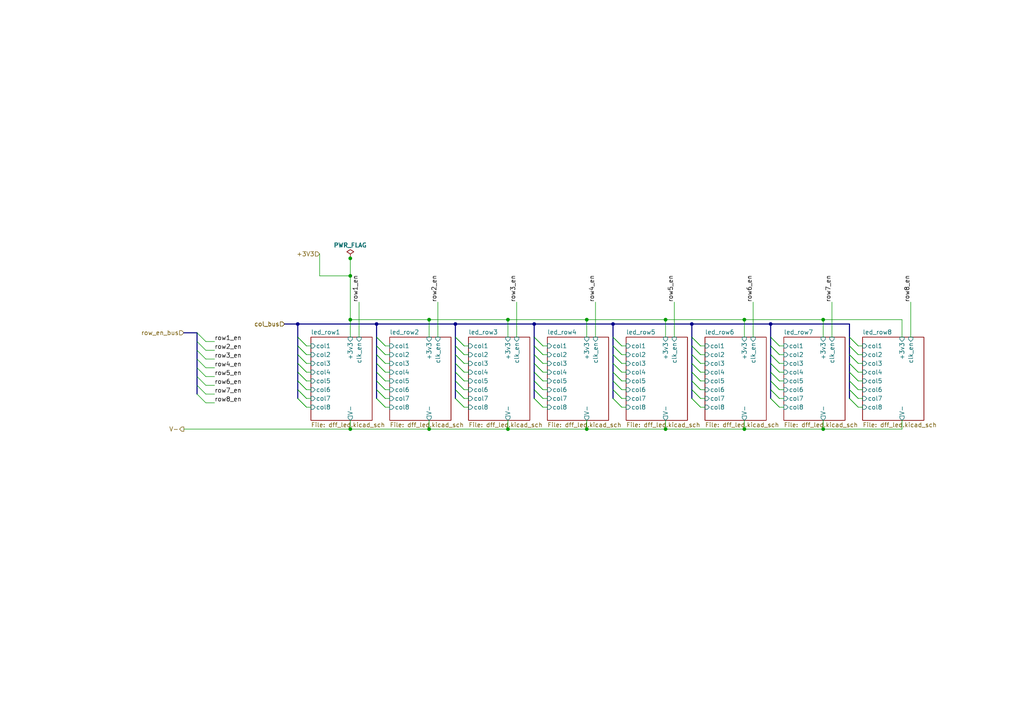
<source format=kicad_sch>
(kicad_sch (version 20230121) (generator eeschema)
  (paper "A4")
  (lib_symbols
    (symbol "power:PWR_FLAG" (power) (pin_numbers hide) (pin_names (offset 0) hide)
      (property "Value" "PWR_FLAG" (at 0 3.81 0))
      (symbol "PWR_FLAG_0_0"
        (pin power_out line (at 0 0 90) (length 0) (name "pwr") (number "1"))
      )
      (symbol "PWR_FLAG_0_1"
        (polyline (pts (xy 0 0) (xy 0 1.27) (xy -1.016 1.905) (xy 0 2.54) (xy 1.016 1.905) (xy 0 1.27)))
      )
    )
  )
  (junction (at 154.94 93.98))
  (junction (at 177.8 93.98))
  (junction (at 200.66 93.98))
  (junction (at 223.52 93.98))
  (junction (at 101.6 92.71))
  (junction (at 193.04 92.71))
  (junction (at 124.46 92.71))
  (junction (at 101.6 74.93))
  (junction (at 215.9 124.46))
  (junction (at 238.76 92.71))
  (junction (at 147.32 92.71))
  (junction (at 147.32 124.46))
  (junction (at 170.18 92.71))
  (junction (at 101.6 124.46))
  (junction (at 170.18 124.46))
  (junction (at 101.6 80.01))
  (junction (at 193.04 124.46))
  (junction (at 86.36 93.98))
  (junction (at 238.76 124.46))
  (junction (at 109.22 93.98))
  (junction (at 124.46 124.46))
  (junction (at 132.08 93.98))
  (junction (at 215.9 92.71))
  (bus_entry (at 177.8 110.49) (size 2.54 2.54))
  (bus_entry (at 177.8 113.03) (size 2.54 2.54))
  (bus_entry (at 177.8 107.95) (size 2.54 2.54))
  (bus_entry (at 109.22 97.79) (size 2.54 2.54))
  (bus_entry (at 132.08 113.03) (size 2.54 2.54))
  (bus_entry (at 154.94 110.49) (size 2.54 2.54))
  (bus_entry (at 109.22 100.33) (size 2.54 2.54))
  (bus_entry (at 109.22 102.87) (size 2.54 2.54))
  (bus_entry (at 200.66 115.57) (size 2.54 2.54))
  (bus_entry (at 154.94 105.41) (size 2.54 2.54))
  (bus_entry (at 223.52 115.57) (size 2.54 2.54))
  (bus_entry (at 132.08 115.57) (size 2.54 2.54))
  (bus_entry (at 223.52 110.49) (size 2.54 2.54))
  (bus_entry (at 200.66 102.87) (size 2.54 2.54))
  (bus_entry (at 223.52 113.03) (size 2.54 2.54))
  (bus_entry (at 132.08 115.57) (size 2.54 2.54))
  (bus_entry (at 154.94 115.57) (size 2.54 2.54))
  (bus_entry (at 246.38 107.95) (size 2.54 2.54))
  (bus_entry (at 57.15 99.06) (size 2.54 2.54))
  (bus_entry (at 86.36 107.95) (size 2.54 2.54))
  (bus_entry (at 200.66 115.57) (size 2.54 2.54))
  (bus_entry (at 246.38 110.49) (size 2.54 2.54))
  (bus_entry (at 86.36 115.57) (size 2.54 2.54))
  (bus_entry (at 154.94 110.49) (size 2.54 2.54))
  (bus_entry (at 109.22 113.03) (size 2.54 2.54))
  (bus_entry (at 154.94 102.87) (size 2.54 2.54))
  (bus_entry (at 86.36 97.79) (size 2.54 2.54))
  (bus_entry (at 132.08 110.49) (size 2.54 2.54))
  (bus_entry (at 109.22 105.41) (size 2.54 2.54))
  (bus_entry (at 246.38 113.03) (size 2.54 2.54))
  (bus_entry (at 57.15 114.3) (size 2.54 2.54))
  (bus_entry (at 154.94 97.79) (size 2.54 2.54))
  (bus_entry (at 57.15 106.68) (size 2.54 2.54))
  (bus_entry (at 132.08 100.33) (size 2.54 2.54))
  (bus_entry (at 154.94 102.87) (size 2.54 2.54))
  (bus_entry (at 177.8 115.57) (size 2.54 2.54))
  (bus_entry (at 132.08 105.41) (size 2.54 2.54))
  (bus_entry (at 109.22 115.57) (size 2.54 2.54))
  (bus_entry (at 86.36 113.03) (size 2.54 2.54))
  (bus_entry (at 246.38 97.79) (size 2.54 2.54))
  (bus_entry (at 57.15 96.52) (size 2.54 2.54))
  (bus_entry (at 177.8 102.87) (size 2.54 2.54))
  (bus_entry (at 246.38 100.33) (size 2.54 2.54))
  (bus_entry (at 132.08 110.49) (size 2.54 2.54))
  (bus_entry (at 223.52 110.49) (size 2.54 2.54))
  (bus_entry (at 86.36 105.41) (size 2.54 2.54))
  (bus_entry (at 154.94 100.33) (size 2.54 2.54))
  (bus_entry (at 246.38 102.87) (size 2.54 2.54))
  (bus_entry (at 246.38 110.49) (size 2.54 2.54))
  (bus_entry (at 154.94 115.57) (size 2.54 2.54))
  (bus_entry (at 132.08 107.95) (size 2.54 2.54))
  (bus_entry (at 132.08 107.95) (size 2.54 2.54))
  (bus_entry (at 246.38 115.57) (size 2.54 2.54))
  (bus_entry (at 86.36 107.95) (size 2.54 2.54))
  (bus_entry (at 246.38 113.03) (size 2.54 2.54))
  (bus_entry (at 86.36 110.49) (size 2.54 2.54))
  (bus_entry (at 223.52 107.95) (size 2.54 2.54))
  (bus_entry (at 200.66 113.03) (size 2.54 2.54))
  (bus_entry (at 132.08 97.79) (size 2.54 2.54))
  (bus_entry (at 109.22 107.95) (size 2.54 2.54))
  (bus_entry (at 109.22 102.87) (size 2.54 2.54))
  (bus_entry (at 177.8 105.41) (size 2.54 2.54))
  (bus_entry (at 177.8 100.33) (size 2.54 2.54))
  (bus_entry (at 132.08 102.87) (size 2.54 2.54))
  (bus_entry (at 223.52 97.79) (size 2.54 2.54))
  (bus_entry (at 200.66 107.95) (size 2.54 2.54))
  (bus_entry (at 223.52 107.95) (size 2.54 2.54))
  (bus_entry (at 246.38 97.79) (size 2.54 2.54))
  (bus_entry (at 86.36 115.57) (size 2.54 2.54))
  (bus_entry (at 109.22 107.95) (size 2.54 2.54))
  (bus_entry (at 57.15 104.14) (size 2.54 2.54))
  (bus_entry (at 200.66 107.95) (size 2.54 2.54))
  (bus_entry (at 177.8 97.79) (size 2.54 2.54))
  (bus_entry (at 246.38 100.33) (size 2.54 2.54))
  (bus_entry (at 154.94 113.03) (size 2.54 2.54))
  (bus_entry (at 132.08 113.03) (size 2.54 2.54))
  (bus_entry (at 154.94 105.41) (size 2.54 2.54))
  (bus_entry (at 177.8 97.79) (size 2.54 2.54))
  (bus_entry (at 177.8 102.87) (size 2.54 2.54))
  (bus_entry (at 177.8 105.41) (size 2.54 2.54))
  (bus_entry (at 57.15 111.76) (size 2.54 2.54))
  (bus_entry (at 200.66 113.03) (size 2.54 2.54))
  (bus_entry (at 246.38 105.41) (size 2.54 2.54))
  (bus_entry (at 109.22 110.49) (size 2.54 2.54))
  (bus_entry (at 86.36 105.41) (size 2.54 2.54))
  (bus_entry (at 200.66 97.79) (size 2.54 2.54))
  (bus_entry (at 57.15 101.6) (size 2.54 2.54))
  (bus_entry (at 200.66 100.33) (size 2.54 2.54))
  (bus_entry (at 177.8 110.49) (size 2.54 2.54))
  (bus_entry (at 86.36 97.79) (size 2.54 2.54))
  (bus_entry (at 223.52 100.33) (size 2.54 2.54))
  (bus_entry (at 177.8 115.57) (size 2.54 2.54))
  (bus_entry (at 109.22 105.41) (size 2.54 2.54))
  (bus_entry (at 154.94 113.03) (size 2.54 2.54))
  (bus_entry (at 200.66 102.87) (size 2.54 2.54))
  (bus_entry (at 223.52 102.87) (size 2.54 2.54))
  (bus_entry (at 109.22 115.57) (size 2.54 2.54))
  (bus_entry (at 200.66 105.41) (size 2.54 2.54))
  (bus_entry (at 246.38 107.95) (size 2.54 2.54))
  (bus_entry (at 177.8 100.33) (size 2.54 2.54))
  (bus_entry (at 109.22 100.33) (size 2.54 2.54))
  (bus_entry (at 109.22 113.03) (size 2.54 2.54))
  (bus_entry (at 223.52 97.79) (size 2.54 2.54))
  (bus_entry (at 246.38 102.87) (size 2.54 2.54))
  (bus_entry (at 154.94 107.95) (size 2.54 2.54))
  (bus_entry (at 200.66 110.49) (size 2.54 2.54))
  (bus_entry (at 223.52 100.33) (size 2.54 2.54))
  (bus_entry (at 132.08 97.79) (size 2.54 2.54))
  (bus_entry (at 223.52 115.57) (size 2.54 2.54))
  (bus_entry (at 223.52 105.41) (size 2.54 2.54))
  (bus_entry (at 177.8 107.95) (size 2.54 2.54))
  (bus_entry (at 154.94 97.79) (size 2.54 2.54))
  (bus_entry (at 109.22 97.79) (size 2.54 2.54))
  (bus_entry (at 200.66 110.49) (size 2.54 2.54))
  (bus_entry (at 86.36 110.49) (size 2.54 2.54))
  (bus_entry (at 86.36 102.87) (size 2.54 2.54))
  (bus_entry (at 200.66 105.41) (size 2.54 2.54))
  (bus_entry (at 200.66 100.33) (size 2.54 2.54))
  (bus_entry (at 223.52 102.87) (size 2.54 2.54))
  (bus_entry (at 132.08 102.87) (size 2.54 2.54))
  (bus_entry (at 154.94 107.95) (size 2.54 2.54))
  (bus_entry (at 223.52 105.41) (size 2.54 2.54))
  (bus_entry (at 132.08 100.33) (size 2.54 2.54))
  (bus_entry (at 57.15 109.22) (size 2.54 2.54))
  (bus_entry (at 132.08 105.41) (size 2.54 2.54))
  (bus_entry (at 246.38 105.41) (size 2.54 2.54))
  (bus_entry (at 86.36 102.87) (size 2.54 2.54))
  (bus_entry (at 86.36 100.33) (size 2.54 2.54))
  (bus_entry (at 86.36 113.03) (size 2.54 2.54))
  (bus_entry (at 200.66 97.79) (size 2.54 2.54))
  (bus_entry (at 177.8 113.03) (size 2.54 2.54))
  (bus_entry (at 86.36 100.33) (size 2.54 2.54))
  (bus_entry (at 223.52 113.03) (size 2.54 2.54))
  (bus_entry (at 246.38 115.57) (size 2.54 2.54))
  (bus_entry (at 154.94 100.33) (size 2.54 2.54))
  (bus_entry (at 109.22 110.49) (size 2.54 2.54))
  (bus (pts (xy 57.15 111.76) (xy 57.15 109.22)))
  (bus (pts (xy 86.36 107.95) (xy 86.36 110.49)))
  (wire (pts (xy 203.2 118.11) (xy 204.47 118.11)))
  (wire (pts (xy 170.18 124.46) (xy 193.04 124.46)))
  (bus (pts (xy 109.22 110.49) (xy 109.22 113.03)))
  (bus (pts (xy 132.08 113.03) (xy 132.08 115.57)))
  (wire (pts (xy 180.34 118.11) (xy 181.61 118.11)))
  (bus (pts (xy 223.52 110.49) (xy 223.52 113.03)))
  (wire (pts (xy 88.9 105.41) (xy 90.17 105.41)))
  (wire (pts (xy 88.9 113.03) (xy 90.17 113.03)))
  (bus (pts (xy 223.52 100.33) (xy 223.52 102.87)))
  (wire (pts (xy 261.62 124.46) (xy 261.62 121.92)))
  (wire (pts (xy 203.2 105.41) (xy 204.47 105.41)))
  (wire (pts (xy 248.92 115.57) (xy 250.19 115.57)))
  (bus (pts (xy 154.94 100.33) (xy 154.94 102.87)))
  (wire (pts (xy 88.9 118.11) (xy 90.17 118.11)))
  (wire (pts (xy 248.92 107.95) (xy 250.19 107.95)))
  (wire (pts (xy 180.34 110.49) (xy 181.61 110.49)))
  (wire (pts (xy 157.48 110.49) (xy 158.75 110.49)))
  (wire (pts (xy 111.76 113.03) (xy 113.03 113.03)))
  (wire (pts (xy 193.04 92.71) (xy 215.9 92.71)))
  (wire (pts (xy 248.92 110.49) (xy 250.19 110.49)))
  (bus (pts (xy 200.66 105.41) (xy 200.66 107.95)))
  (bus (pts (xy 109.22 107.95) (xy 109.22 110.49)))
  (bus (pts (xy 57.15 106.68) (xy 57.15 104.14)))
  (bus (pts (xy 154.94 113.03) (xy 154.94 115.57)))
  (wire (pts (xy 203.2 100.33) (xy 204.47 100.33)))
  (wire (pts (xy 248.92 118.11) (xy 250.19 118.11)))
  (wire (pts (xy 59.69 104.14) (xy 62.23 104.14)))
  (bus (pts (xy 246.38 102.87) (xy 246.38 105.41)))
  (wire (pts (xy 218.44 87.63) (xy 218.44 97.79)))
  (bus (pts (xy 109.22 105.41) (xy 109.22 107.95)))
  (wire (pts (xy 238.76 92.71) (xy 238.76 97.79)))
  (bus (pts (xy 109.22 93.98) (xy 86.36 93.98)))
  (bus (pts (xy 109.22 97.79) (xy 109.22 100.33)))
  (bus (pts (xy 223.52 105.41) (xy 223.52 107.95)))
  (bus (pts (xy 154.94 105.41) (xy 154.94 107.95)))
  (wire (pts (xy 248.92 113.03) (xy 250.19 113.03)))
  (wire (pts (xy 111.76 115.57) (xy 113.03 115.57)))
  (bus (pts (xy 132.08 102.87) (xy 132.08 105.41)))
  (bus (pts (xy 154.94 93.98) (xy 154.94 97.79)))
  (wire (pts (xy 147.32 92.71) (xy 170.18 92.71)))
  (bus (pts (xy 246.38 110.49) (xy 246.38 113.03)))
  (bus (pts (xy 246.38 97.79) (xy 246.38 100.33)))
  (bus (pts (xy 132.08 107.95) (xy 132.08 110.49)))
  (wire (pts (xy 238.76 121.92) (xy 238.76 124.46)))
  (bus (pts (xy 223.52 107.95) (xy 223.52 110.49)))
  (wire (pts (xy 59.69 116.84) (xy 62.23 116.84)))
  (wire (pts (xy 59.69 114.3) (xy 62.23 114.3)))
  (wire (pts (xy 88.9 110.49) (xy 90.17 110.49)))
  (bus (pts (xy 57.15 101.6) (xy 57.15 99.06)))
  (bus (pts (xy 223.52 97.79) (xy 223.52 100.33)))
  (bus (pts (xy 57.15 114.3) (xy 57.15 111.76)))
  (wire (pts (xy 92.71 80.01) (xy 101.6 80.01)))
  (bus (pts (xy 82.55 93.98) (xy 86.36 93.98)))
  (wire (pts (xy 264.16 87.63) (xy 264.16 97.79)))
  (wire (pts (xy 157.48 100.33) (xy 158.75 100.33)))
  (wire (pts (xy 59.69 109.22) (xy 62.23 109.22)))
  (bus (pts (xy 109.22 113.03) (xy 109.22 115.57)))
  (wire (pts (xy 59.69 106.68) (xy 62.23 106.68)))
  (bus (pts (xy 200.66 110.49) (xy 200.66 113.03)))
  (wire (pts (xy 88.9 115.57) (xy 90.17 115.57)))
  (wire (pts (xy 180.34 105.41) (xy 181.61 105.41)))
  (bus (pts (xy 154.94 110.49) (xy 154.94 113.03)))
  (bus (pts (xy 109.22 93.98) (xy 132.08 93.98)))
  (bus (pts (xy 57.15 99.06) (xy 57.15 96.52)))
  (bus (pts (xy 177.8 93.98) (xy 200.66 93.98)))
  (bus (pts (xy 86.36 110.49) (xy 86.36 113.03)))
  (wire (pts (xy 157.48 113.03) (xy 158.75 113.03)))
  (wire (pts (xy 134.62 105.41) (xy 135.89 105.41)))
  (bus (pts (xy 177.8 102.87) (xy 177.8 105.41)))
  (bus (pts (xy 132.08 100.33) (xy 132.08 102.87)))
  (bus (pts (xy 154.94 107.95) (xy 154.94 110.49)))
  (bus (pts (xy 132.08 93.98) (xy 154.94 93.98)))
  (wire (pts (xy 226.06 113.03) (xy 227.33 113.03)))
  (bus (pts (xy 132.08 105.41) (xy 132.08 107.95)))
  (wire (pts (xy 215.9 92.71) (xy 215.9 97.79)))
  (bus (pts (xy 57.15 109.22) (xy 57.15 106.68)))
  (wire (pts (xy 124.46 92.71) (xy 147.32 92.71)))
  (bus (pts (xy 177.8 107.95) (xy 177.8 110.49)))
  (wire (pts (xy 101.6 121.92) (xy 101.6 124.46)))
  (bus (pts (xy 177.8 105.41) (xy 177.8 107.95)))
  (wire (pts (xy 59.69 111.76) (xy 62.23 111.76)))
  (bus (pts (xy 246.38 93.98) (xy 246.38 97.79)))
  (wire (pts (xy 248.92 105.41) (xy 250.19 105.41)))
  (bus (pts (xy 200.66 93.98) (xy 223.52 93.98)))
  (wire (pts (xy 134.62 102.87) (xy 135.89 102.87)))
  (wire (pts (xy 111.76 107.95) (xy 113.03 107.95)))
  (wire (pts (xy 149.86 87.63) (xy 149.86 97.79)))
  (bus (pts (xy 86.36 93.98) (xy 86.36 97.79)))
  (wire (pts (xy 88.9 107.95) (xy 90.17 107.95)))
  (wire (pts (xy 124.46 124.46) (xy 147.32 124.46)))
  (bus (pts (xy 177.8 113.03) (xy 177.8 115.57)))
  (wire (pts (xy 203.2 110.49) (xy 204.47 110.49)))
  (wire (pts (xy 157.48 118.11) (xy 158.75 118.11)))
  (bus (pts (xy 246.38 105.41) (xy 246.38 107.95)))
  (bus (pts (xy 246.38 107.95) (xy 246.38 110.49)))
  (wire (pts (xy 101.6 124.46) (xy 124.46 124.46)))
  (wire (pts (xy 134.62 113.03) (xy 135.89 113.03)))
  (wire (pts (xy 111.76 118.11) (xy 113.03 118.11)))
  (bus (pts (xy 86.36 100.33) (xy 86.36 102.87)))
  (bus (pts (xy 223.52 102.87) (xy 223.52 105.41)))
  (wire (pts (xy 193.04 92.71) (xy 193.04 97.79)))
  (bus (pts (xy 200.66 100.33) (xy 200.66 102.87)))
  (bus (pts (xy 86.36 102.87) (xy 86.36 105.41)))
  (wire (pts (xy 134.62 115.57) (xy 135.89 115.57)))
  (bus (pts (xy 246.38 100.33) (xy 246.38 102.87)))
  (bus (pts (xy 223.52 113.03) (xy 223.52 115.57)))
  (wire (pts (xy 101.6 92.71) (xy 124.46 92.71)))
  (wire (pts (xy 248.92 100.33) (xy 250.19 100.33)))
  (wire (pts (xy 134.62 118.11) (xy 135.89 118.11)))
  (bus (pts (xy 57.15 104.14) (xy 57.15 101.6)))
  (bus (pts (xy 177.8 100.33) (xy 177.8 102.87)))
  (wire (pts (xy 215.9 121.92) (xy 215.9 124.46)))
  (bus (pts (xy 86.36 113.03) (xy 86.36 115.57)))
  (wire (pts (xy 170.18 92.71) (xy 193.04 92.71)))
  (bus (pts (xy 200.66 97.79) (xy 200.66 100.33)))
  (wire (pts (xy 147.32 124.46) (xy 170.18 124.46)))
  (wire (pts (xy 172.72 87.63) (xy 172.72 97.79)))
  (wire (pts (xy 104.14 87.63) (xy 104.14 97.79)))
  (bus (pts (xy 132.08 97.79) (xy 132.08 100.33)))
  (wire (pts (xy 127 87.63) (xy 127 97.79)))
  (wire (pts (xy 101.6 80.01) (xy 101.6 92.71)))
  (wire (pts (xy 180.34 102.87) (xy 181.61 102.87)))
  (wire (pts (xy 88.9 100.33) (xy 90.17 100.33)))
  (wire (pts (xy 59.69 99.06) (xy 62.23 99.06)))
  (bus (pts (xy 109.22 102.87) (xy 109.22 105.41)))
  (wire (pts (xy 180.34 107.95) (xy 181.61 107.95)))
  (wire (pts (xy 248.92 102.87) (xy 250.19 102.87)))
  (wire (pts (xy 170.18 92.71) (xy 170.18 97.79)))
  (wire (pts (xy 203.2 113.03) (xy 204.47 113.03)))
  (bus (pts (xy 223.52 93.98) (xy 246.38 93.98)))
  (wire (pts (xy 111.76 105.41) (xy 113.03 105.41)))
  (bus (pts (xy 177.8 97.79) (xy 177.8 100.33)))
  (bus (pts (xy 200.66 107.95) (xy 200.66 110.49)))
  (wire (pts (xy 111.76 100.33) (xy 113.03 100.33)))
  (bus (pts (xy 177.8 93.98) (xy 177.8 97.79)))
  (bus (pts (xy 154.94 93.98) (xy 177.8 93.98)))
  (bus (pts (xy 177.8 110.49) (xy 177.8 113.03)))
  (wire (pts (xy 134.62 100.33) (xy 135.89 100.33)))
  (bus (pts (xy 86.36 97.79) (xy 86.36 100.33)))
  (wire (pts (xy 101.6 92.71) (xy 101.6 97.79)))
  (wire (pts (xy 157.48 107.95) (xy 158.75 107.95)))
  (wire (pts (xy 157.48 105.41) (xy 158.75 105.41)))
  (wire (pts (xy 147.32 121.92) (xy 147.32 124.46)))
  (wire (pts (xy 203.2 115.57) (xy 204.47 115.57)))
  (wire (pts (xy 238.76 92.71) (xy 261.62 92.71)))
  (wire (pts (xy 134.62 110.49) (xy 135.89 110.49)))
  (bus (pts (xy 86.36 105.41) (xy 86.36 107.95)))
  (wire (pts (xy 53.34 124.46) (xy 101.6 124.46)))
  (wire (pts (xy 203.2 102.87) (xy 204.47 102.87)))
  (wire (pts (xy 170.18 121.92) (xy 170.18 124.46)))
  (wire (pts (xy 124.46 121.92) (xy 124.46 124.46)))
  (wire (pts (xy 111.76 102.87) (xy 113.03 102.87)))
  (wire (pts (xy 193.04 121.92) (xy 193.04 124.46)))
  (wire (pts (xy 147.32 92.71) (xy 147.32 97.79)))
  (bus (pts (xy 200.66 93.98) (xy 200.66 97.79)))
  (wire (pts (xy 134.62 107.95) (xy 135.89 107.95)))
  (wire (pts (xy 226.06 115.57) (xy 227.33 115.57)))
  (wire (pts (xy 241.3 87.63) (xy 241.3 97.79)))
  (bus (pts (xy 154.94 102.87) (xy 154.94 105.41)))
  (wire (pts (xy 215.9 124.46) (xy 238.76 124.46)))
  (bus (pts (xy 132.08 110.49) (xy 132.08 113.03)))
  (wire (pts (xy 124.46 92.71) (xy 124.46 97.79)))
  (wire (pts (xy 88.9 102.87) (xy 90.17 102.87)))
  (wire (pts (xy 215.9 92.71) (xy 238.76 92.71)))
  (wire (pts (xy 226.06 105.41) (xy 227.33 105.41)))
  (wire (pts (xy 226.06 107.95) (xy 227.33 107.95)))
  (wire (pts (xy 195.58 87.63) (xy 195.58 97.79)))
  (bus (pts (xy 200.66 113.03) (xy 200.66 115.57)))
  (wire (pts (xy 157.48 102.87) (xy 158.75 102.87)))
  (bus (pts (xy 109.22 100.33) (xy 109.22 102.87)))
  (bus (pts (xy 154.94 97.79) (xy 154.94 100.33)))
  (wire (pts (xy 180.34 113.03) (xy 181.61 113.03)))
  (wire (pts (xy 180.34 115.57) (xy 181.61 115.57)))
  (wire (pts (xy 226.06 110.49) (xy 227.33 110.49)))
  (wire (pts (xy 193.04 124.46) (xy 215.9 124.46)))
  (bus (pts (xy 57.15 96.52) (xy 53.34 96.52)))
  (wire (pts (xy 101.6 80.01) (xy 101.6 74.93)))
  (bus (pts (xy 109.22 93.98) (xy 109.22 97.79)))
  (bus (pts (xy 246.38 113.03) (xy 246.38 115.57)))
  (wire (pts (xy 226.06 102.87) (xy 227.33 102.87)))
  (wire (pts (xy 111.76 110.49) (xy 113.03 110.49)))
  (wire (pts (xy 157.48 115.57) (xy 158.75 115.57)))
  (bus (pts (xy 132.08 93.98) (xy 132.08 97.79)))
  (wire (pts (xy 226.06 100.33) (xy 227.33 100.33)))
  (wire (pts (xy 92.71 73.66) (xy 92.71 80.01)))
  (bus (pts (xy 223.52 93.98) (xy 223.52 97.79)))
  (bus (pts (xy 200.66 102.87) (xy 200.66 105.41)))
  (wire (pts (xy 203.2 107.95) (xy 204.47 107.95)))
  (wire (pts (xy 59.69 101.6) (xy 62.23 101.6)))
  (wire (pts (xy 226.06 118.11) (xy 227.33 118.11)))
  (wire (pts (xy 238.76 124.46) (xy 261.62 124.46)))
  (wire (pts (xy 261.62 92.71) (xy 261.62 97.79)))
  (wire (pts (xy 180.34 100.33) (xy 181.61 100.33)))
  (label "row7_en" (at 62.23 114.3 0))
  (label "row3_en" (at 62.23 104.14 0))
  (label "row1_en" (at 104.14 87.63 90))
  (label "row3_en" (at 149.86 87.63 90))
  (label "row5_en" (at 195.58 87.63 90))
  (label "row7_en" (at 241.3 87.63 90))
  (label "row6_en" (at 62.23 111.76 0))
  (label "row2_en" (at 62.23 101.6 0))
  (label "row6_en" (at 218.44 87.63 90))
  (label "row2_en" (at 127 87.63 90))
  (label "row1_en" (at 62.23 99.06 0))
  (label "row4_en" (at 172.72 87.63 90))
  (label "row4_en" (at 62.23 106.68 0))
  (label "row8_en" (at 264.16 87.63 90))
  (label "row8_en" (at 62.23 116.84 0))
  (label "row5_en" (at 62.23 109.22 0))
  (hierarchical_label "col_bus" (shape input) (at 82.55 93.98 180))
  (hierarchical_label "col_bus" (shape input) (at 82.55 93.98 180))
  (hierarchical_label "V-" (shape output) (at 53.34 124.46 180))
  (hierarchical_label "row_en_bus" (shape input) (at 53.34 96.52 180))
  (hierarchical_label "+3V3" (shape input) (at 92.71 73.66 180))
  (symbol (lib_id "power:PWR_FLAG") (at 101.6 74.93 0) (unit 1)
    (property "Reference" "#FLG020" (effects hide))
    (property "Value" "PWR_FLAG" (at 101.6 71.12 0))
    (instances (project "led_schematics" (path "" (reference "#FLG020") (unit 1)) (path "" (reference "#FLG08") (unit 1)) (path "" (reference "#FLG018") (unit 1)) (path "" (reference "#FLG030") (unit 1)) (path "" (reference "#FLG048") (unit 1)) (path "" (reference "#FLG058") (unit 1)) (path "" (reference "#FLG068") (unit 1)) (path "" (reference "#FLG078") (unit 1))))
  )
  (symbol (lib_id "power:PWR_FLAG") (at 101.6 74.93 0) (unit 1)
    (property "Reference" "#FLG021" (effects hide))
    (property "Value" "PWR_FLAG" (at 101.6 71.12 0))
    (instances (project "led_schematics" (path "" (reference "#FLG021") (unit 1)) (path "" (reference "#FLG09") (unit 1)) (path "" (reference "#FLG019") (unit 1)) (path "" (reference "#FLG031") (unit 1)) (path "" (reference "#FLG049") (unit 1)) (path "" (reference "#FLG059") (unit 1)) (path "" (reference "#FLG069") (unit 1)) (path "" (reference "#FLG079") (unit 1))))
  )
  (sheet (at 113.03 97.79) (size 17.78 24.13) (stroke (width 0.1524))
    (property "Sheetname" "led_row2" (at 113.03 97.0784 0) (effects (justify left bottom)))
    (property "Sheetfile" "dff_led.kicad_sch" (at 113.03 122.5046 0) (effects (justify left top)))
    (pin "col5" input (at 113.03 110.49 180))
    (pin "clk_en" input (at 127 97.79 90))
    (pin "col8" input (at 113.03 118.11 180))
    (pin "col6" input (at 113.03 113.03 180))
    (pin "col7" input (at 113.03 115.57 180))
    (pin "+3v3" input (at 124.46 97.79 90))
    (pin "col1" input (at 113.03 100.33 180))
    (pin "col2" input (at 113.03 102.87 180))
    (pin "col3" input (at 113.03 105.41 180))
    (pin "col4" input (at 113.03 107.95 180))
    (pin "V-" output (at 124.46 121.92 270))
  )
  (sheet (at 181.61 97.79) (size 17.78 24.13) (stroke (width 0.1524))
    (property "Sheetname" "led_row5" (at 181.61 97.0784 0) (effects (justify left bottom)))
    (property "Sheetfile" "dff_led.kicad_sch" (at 181.61 122.5046 0) (effects (justify left top)))
    (pin "col5" input (at 181.61 110.49 180))
    (pin "clk_en" input (at 195.58 97.79 90))
    (pin "col8" input (at 181.61 118.11 180))
    (pin "col6" input (at 181.61 113.03 180))
    (pin "col7" input (at 181.61 115.57 180))
    (pin "+3v3" input (at 193.04 97.79 90))
    (pin "col1" input (at 181.61 100.33 180))
    (pin "col2" input (at 181.61 102.87 180))
    (pin "col3" input (at 181.61 105.41 180))
    (pin "col4" input (at 181.61 107.95 180))
    (pin "V-" output (at 193.04 121.92 270))
  )
  (sheet (at 135.89 97.79) (size 17.78 24.13) (stroke (width 0.1524))
    (property "Sheetname" "led_row3" (at 135.89 97.0784 0) (effects (justify left bottom)))
    (property "Sheetfile" "dff_led.kicad_sch" (at 135.89 122.5046 0) (effects (justify left top)))
    (pin "col5" input (at 135.89 110.49 180))
    (pin "clk_en" input (at 149.86 97.79 90))
    (pin "col8" input (at 135.89 118.11 180))
    (pin "col6" input (at 135.89 113.03 180))
    (pin "col7" input (at 135.89 115.57 180))
    (pin "+3v3" input (at 147.32 97.79 90))
    (pin "col1" input (at 135.89 100.33 180))
    (pin "col2" input (at 135.89 102.87 180))
    (pin "col3" input (at 135.89 105.41 180))
    (pin "col4" input (at 135.89 107.95 180))
    (pin "V-" output (at 147.32 121.92 270))
  )
  (sheet (at 250.19 97.79) (size 17.78 24.13) (stroke (width 0.1524))
    (property "Sheetname" "led_row8" (at 250.19 97.0784 0) (effects (justify left bottom)))
    (property "Sheetfile" "dff_led.kicad_sch" (at 250.19 122.5046 0) (effects (justify left top)))
    (pin "col5" input (at 250.19 110.49 180))
    (pin "clk_en" input (at 264.16 97.79 90))
    (pin "col8" input (at 250.19 118.11 180))
    (pin "col6" input (at 250.19 113.03 180))
    (pin "col7" input (at 250.19 115.57 180))
    (pin "+3v3" input (at 261.62 97.79 90))
    (pin "col1" input (at 250.19 100.33 180))
    (pin "col2" input (at 250.19 102.87 180))
    (pin "col3" input (at 250.19 105.41 180))
    (pin "col4" input (at 250.19 107.95 180))
    (pin "V-" output (at 261.62 121.92 270))
  )
  (sheet (at 204.47 97.79) (size 17.78 24.13) (stroke (width 0.1524))
    (property "Sheetname" "led_row6" (at 204.47 97.0784 0) (effects (justify left bottom)))
    (property "Sheetfile" "dff_led.kicad_sch" (at 204.47 122.5046 0) (effects (justify left top)))
    (pin "col5" input (at 204.47 110.49 180))
    (pin "clk_en" input (at 218.44 97.79 90))
    (pin "col8" input (at 204.47 118.11 180))
    (pin "col6" input (at 204.47 113.03 180))
    (pin "col7" input (at 204.47 115.57 180))
    (pin "+3v3" input (at 215.9 97.79 90))
    (pin "col1" input (at 204.47 100.33 180))
    (pin "col2" input (at 204.47 102.87 180))
    (pin "col3" input (at 204.47 105.41 180))
    (pin "col4" input (at 204.47 107.95 180))
    (pin "V-" output (at 215.9 121.92 270))
  )
  (sheet (at 227.33 97.79) (size 17.78 24.13) (stroke (width 0.1524))
    (property "Sheetname" "led_row7" (at 227.33 97.0784 0) (effects (justify left bottom)))
    (property "Sheetfile" "dff_led.kicad_sch" (at 227.33 122.5046 0) (effects (justify left top)))
    (pin "col5" input (at 227.33 110.49 180))
    (pin "clk_en" input (at 241.3 97.79 90))
    (pin "col8" input (at 227.33 118.11 180))
    (pin "col6" input (at 227.33 113.03 180))
    (pin "col7" input (at 227.33 115.57 180))
    (pin "+3v3" input (at 238.76 97.79 90))
    (pin "col1" input (at 227.33 100.33 180))
    (pin "col2" input (at 227.33 102.87 180))
    (pin "col3" input (at 227.33 105.41 180))
    (pin "col4" input (at 227.33 107.95 180))
    (pin "V-" output (at 238.76 121.92 270))
  )
  (sheet (at 158.75 97.79) (size 17.78 24.13) (stroke (width 0.1524))
    (property "Sheetname" "led_row4" (at 158.75 97.0784 0) (effects (justify left bottom)))
    (property "Sheetfile" "dff_led.kicad_sch" (at 158.75 122.5046 0) (effects (justify left top)))
    (pin "col5" input (at 158.75 110.49 180))
    (pin "clk_en" input (at 172.72 97.79 90))
    (pin "col8" input (at 158.75 118.11 180))
    (pin "col6" input (at 158.75 113.03 180))
    (pin "col7" input (at 158.75 115.57 180))
    (pin "+3v3" input (at 170.18 97.79 90))
    (pin "col1" input (at 158.75 100.33 180))
    (pin "col2" input (at 158.75 102.87 180))
    (pin "col3" input (at 158.75 105.41 180))
    (pin "col4" input (at 158.75 107.95 180))
    (pin "V-" output (at 170.18 121.92 270))
  )
  (sheet (at 90.17 97.79) (size 17.78 24.13) (stroke (width 0.1524))
    (property "Sheetname" "led_row1" (at 90.17 97.0784 0) (effects (justify left bottom)))
    (property "Sheetfile" "dff_led.kicad_sch" (at 90.17 122.5046 0) (effects (justify left top)))
    (pin "col5" input (at 90.17 110.49 180))
    (pin "clk_en" input (at 104.14 97.79 90))
    (pin "col8" input (at 90.17 118.11 180))
    (pin "col6" input (at 90.17 113.03 180))
    (pin "col7" input (at 90.17 115.57 180))
    (pin "+3v3" input (at 101.6 97.79 90))
    (pin "col1" input (at 90.17 100.33 180))
    (pin "col2" input (at 90.17 102.87 180))
    (pin "col3" input (at 90.17 105.41 180))
    (pin "col4" input (at 90.17 107.95 180))
    (pin "V-" output (at 101.6 121.92 270))
  )
)
</source>
